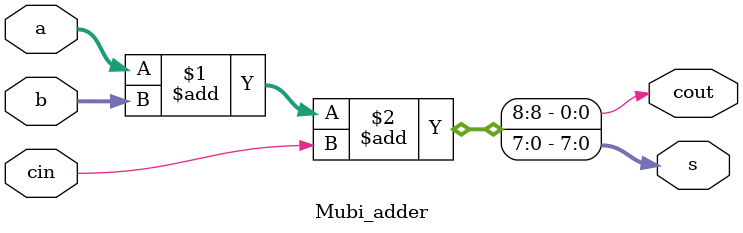
<source format=sv>
module Mubi_adder (a, b, cin, cout, s);
	parameter n = 8;
	input [n-1:0] a, b;
	input cin;
	output logic [n-1:0] s;
	output logic cout;
	
	assign {cout, s} = a + b + cin; 
	
endmodule 
</source>
